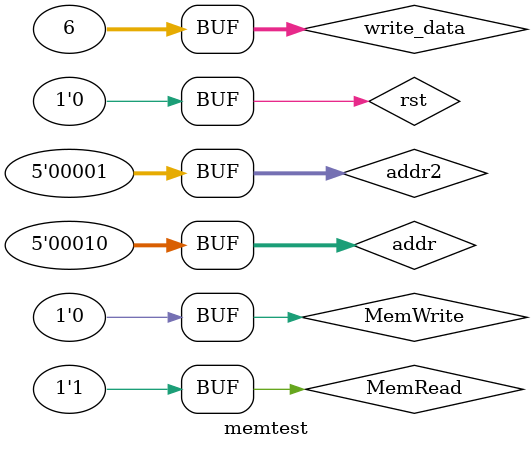
<source format=v>
`timescale 1ns / 1ps
module memtest;

	// Inputs
	reg [4:0] addr;
	reg [4:0] addr2;
	reg [31:0] write_data;
	reg rst;
	reg MemRead;
	reg MemWrite;

	// Outputs
	wire [31:0] read_data;
	wire [31:0] read_data2;
	// Instantiate the Unit Under Test (UUT)
	mem uut (
		.addr(addr), 
		.addr2(addr2), 
		.write_data(write_data), 
		.rst(rst), 
		.MemRead(MemRead), 
		.MemWrite(MemWrite), 
		.read_data(read_data),
		.read_data2(read_data2)
	);

	initial begin
		// Initialize Inputs
		addr = 0;
		addr2 = 0;
		write_data = 0;
		rst = 0;
		MemRead = 0;
		MemWrite = 0;

		// Wait 100 ns for global reset to finish
		#100;
      addr = 6;
		addr2 = 1;
		write_data = 6;
		MemRead = 0;
		MemWrite = 1;		
		#100;
      addr = 6;
		write_data = 6;
		MemRead = 1;
		MemWrite = 0;
		#100;
      addr = 0;
		write_data = 6;
		MemRead = 1;
		MemWrite = 0;
		#100;
      addr = 1;
		write_data = 6;
		MemRead = 1;
		MemWrite = 0;
		#100;
      addr = 2;
		write_data = 6;
		MemRead = 1;
		MemWrite = 0;
		// Add stimulus here

	end
endmodule


</source>
